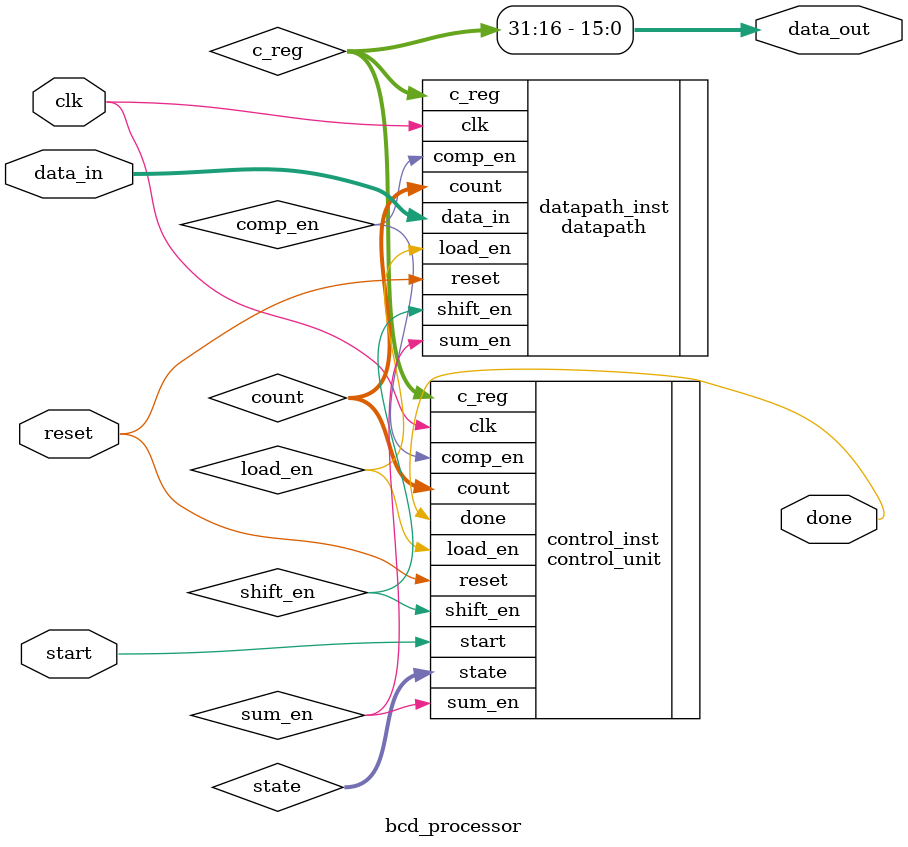
<source format=v>
module bcd_processor (
    input wire clk,
    input wire reset,
    input wire start,
    input wire [15:0] data_in,
    output reg [15:0] data_out,
    output reg done
);

    // Señales internas
    wire [31:0] c_reg;
    wire [4:0] count;
    wire load_en, shift_en, comp_en, sum_en;
    wire [3:0] state;
    
    // Instancias de los módulos
    datapath datapath_inst (
        .clk(clk),
        .reset(reset),
        .load_en(load_en),
        .shift_en(shift_en),
        .comp_en(comp_en),
        .sum_en(sum_en),
        .data_in(data_in),
        .c_reg(c_reg),
        .count(count)
    );
    
    control_unit control_inst (
        .clk(clk),
        .reset(reset),
        .start(start),
        .count(count),
        .c_reg(c_reg),
        .load_en(load_en),
        .shift_en(shift_en),
        .comp_en(comp_en),
        .sum_en(sum_en),
        .done(done),
        .state(state)
    );
    
    // Asignar salida (bits 31:16 del registro C)
    always @(*) begin
        data_out = c_reg[31:16];
    end

endmodule
</source>
